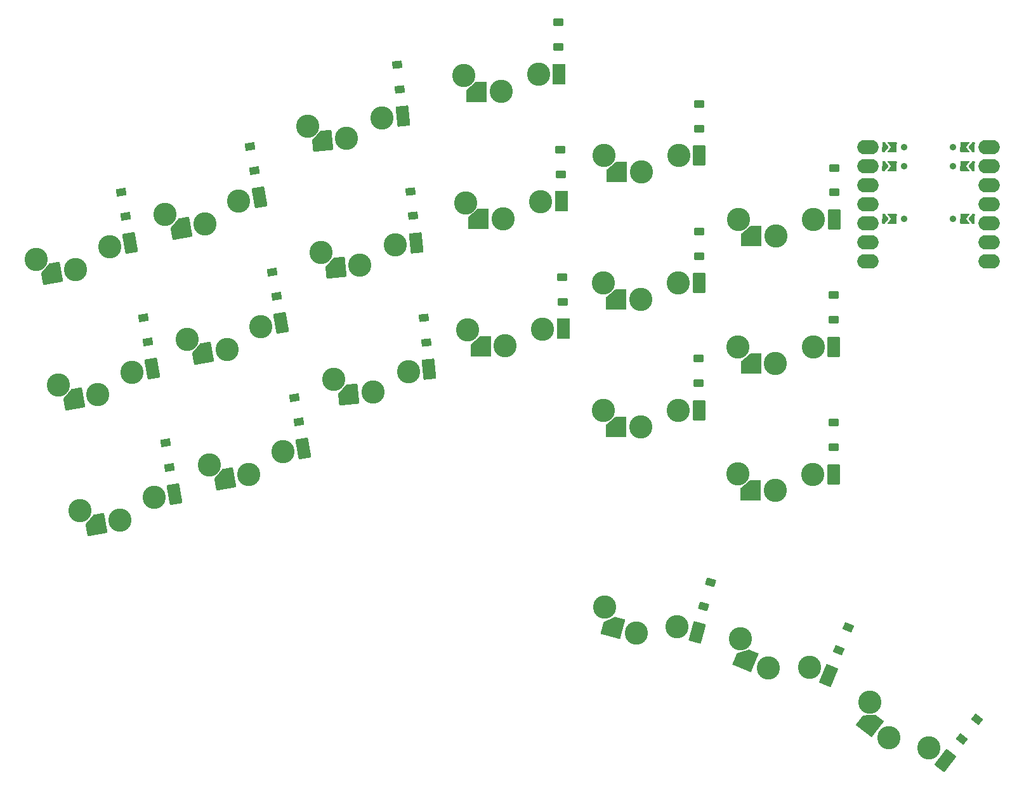
<source format=gbr>
%TF.GenerationSoftware,KiCad,Pcbnew,7.0.7*%
%TF.CreationDate,2024-02-04T11:46:41-06:00*%
%TF.ProjectId,main,6d61696e-2e6b-4696-9361-645f70636258,v1.0.0*%
%TF.SameCoordinates,Original*%
%TF.FileFunction,Soldermask,Top*%
%TF.FilePolarity,Negative*%
%FSLAX46Y46*%
G04 Gerber Fmt 4.6, Leading zero omitted, Abs format (unit mm)*
G04 Created by KiCad (PCBNEW 7.0.7) date 2024-02-04 11:46:41*
%MOMM*%
%LPD*%
G01*
G04 APERTURE LIST*
G04 Aperture macros list*
%AMRoundRect*
0 Rectangle with rounded corners*
0 $1 Rounding radius*
0 $2 $3 $4 $5 $6 $7 $8 $9 X,Y pos of 4 corners*
0 Add a 4 corners polygon primitive as box body*
4,1,4,$2,$3,$4,$5,$6,$7,$8,$9,$2,$3,0*
0 Add four circle primitives for the rounded corners*
1,1,$1+$1,$2,$3*
1,1,$1+$1,$4,$5*
1,1,$1+$1,$6,$7*
1,1,$1+$1,$8,$9*
0 Add four rect primitives between the rounded corners*
20,1,$1+$1,$2,$3,$4,$5,0*
20,1,$1+$1,$4,$5,$6,$7,0*
20,1,$1+$1,$6,$7,$8,$9,0*
20,1,$1+$1,$8,$9,$2,$3,0*%
%AMHorizOval*
0 Thick line with rounded ends*
0 $1 width*
0 $2 $3 position (X,Y) of the first rounded end (center of the circle)*
0 $4 $5 position (X,Y) of the second rounded end (center of the circle)*
0 Add line between two ends*
20,1,$1,$2,$3,$4,$5,0*
0 Add two circle primitives to create the rounded ends*
1,1,$1,$2,$3*
1,1,$1,$4,$5*%
%AMFreePoly0*
4,1,15,1.335355,1.335355,1.350000,1.300000,1.350000,-0.250000,1.335355,-0.285355,1.332160,-0.288285,0.082160,-1.338285,0.050000,-1.350000,-1.300000,-1.350000,-1.335355,-1.335355,-1.350000,-1.300000,-1.350000,1.300000,-1.335355,1.335355,-1.300000,1.350000,1.300000,1.350000,1.335355,1.335355,1.335355,1.335355,$1*%
%AMFreePoly1*
4,1,16,-0.214645,0.660355,-0.210957,0.656235,0.289043,0.031235,0.299694,-0.005522,0.289043,-0.031235,-0.210957,-0.656235,-0.244478,-0.674694,-0.250000,-0.675000,-0.500000,-0.675000,-0.535355,-0.660355,-0.550000,-0.625000,-0.550000,0.625000,-0.535355,0.660355,-0.500000,0.675000,-0.250000,0.675000,-0.214645,0.660355,-0.214645,0.660355,$1*%
%AMFreePoly2*
4,1,16,0.535355,0.660355,0.550000,0.625000,0.550000,-0.625000,0.535355,-0.660355,0.500000,-0.675000,-0.650000,-0.675000,-0.685355,-0.660355,-0.700000,-0.625000,-0.689043,-0.593765,-0.214031,0.000000,-0.689043,0.593765,-0.699694,0.630522,-0.681235,0.664043,-0.650000,0.675000,0.500000,0.675000,0.535355,0.660355,0.535355,0.660355,$1*%
%AMFreePoly3*
4,1,15,1.335355,1.335355,1.350000,1.300000,1.350000,-1.300000,1.335355,-1.335355,1.300000,-1.350000,-1.300000,-1.350000,-1.335355,-1.335355,-1.350000,-1.300000,-1.350000,0.250000,-1.335355,0.285355,-1.332160,0.288285,-0.082160,1.338285,-0.050000,1.350000,1.300000,1.350000,1.335355,1.335355,1.335355,1.335355,$1*%
G04 Aperture macros list end*
%ADD10C,3.100000*%
%ADD11FreePoly0,179.900000*%
%ADD12RoundRect,0.050000X0.802268X1.298602X-0.797730X1.301394X-0.802268X-1.298602X0.797730X-1.301394X0*%
%ADD13FreePoly0,180.900000*%
%ADD14RoundRect,0.050000X0.779482X1.312405X-0.820321X1.287274X-0.779482X-1.312405X0.820321X-1.287274X0*%
%ADD15RoundRect,0.050000X-0.599214X0.451047X-0.600784X-0.448952X0.599214X-0.451047X0.600784X0.448952X0*%
%ADD16RoundRect,0.050000X-0.606994X0.440520X-0.592858X-0.459369X0.606994X-0.440520X0.592858X0.459369X0*%
%ADD17RoundRect,0.050000X-0.669026X0.338975X-0.512743X-0.547352X0.669026X-0.338975X0.512743X0.547352X0*%
%ADD18FreePoly0,190.000000*%
%ADD19RoundRect,0.050000X0.562104X1.419169X-1.013589X1.141332X-0.562104X-1.419169X1.013589X-1.141332X0*%
%ADD20FreePoly0,157.400000*%
%ADD21RoundRect,0.050000X1.238152X0.892737X-0.238984X1.507610X-1.238152X-0.892737X0.238984X-1.507610X0*%
%ADD22FreePoly0,185.900000*%
%ADD23RoundRect,0.050000X0.662132X1.375348X-0.929393X1.210880X-0.662132X-1.375348X0.929393X-1.210880X0*%
%ADD24RoundRect,0.050000X-0.643078X0.385941X-0.550565X-0.509292X0.643078X-0.385941X0.550565X0.509292X0*%
%ADD25FreePoly0,164.900000*%
%ADD26RoundRect,0.050000X1.111034X1.046711X-0.433722X1.463518X-1.111034X-1.046711X0.433722X-1.463518X0*%
%ADD27RoundRect,0.050000X-0.462057X0.590765X-0.696511X-0.278160X0.462057X-0.590765X0.696511X0.278160X0*%
%ADD28RoundRect,0.050000X-0.200808X0.722617X-0.749939X0.009557X0.200808X-0.722617X0.749939X-0.009557X0*%
%ADD29FreePoly0,142.400000*%
%ADD30RoundRect,0.050000X1.427020X0.541860X0.159357X1.518093X-1.427020X-0.541860X-0.159357X-1.518093X0*%
%ADD31RoundRect,0.050000X-0.380993X0.646022X-0.726859X-0.184867X0.380993X-0.646022X0.726859X0.184867X0*%
%ADD32HorizOval,1.900000X0.474999X-0.000812X-0.474999X0.000812X0*%
%ADD33FreePoly1,359.902000*%
%ADD34C,0.900000*%
%ADD35FreePoly2,179.902000*%
%ADD36HorizOval,1.900000X-0.474999X0.000812X0.474999X-0.000812X0*%
%ADD37FreePoly2,359.902000*%
%ADD38FreePoly1,179.902000*%
%ADD39FreePoly3,0.100000*%
%ADD40RoundRect,0.050000X-0.797730X-1.301394X0.802268X-1.298602X0.797730X1.301394X-0.802268X1.298602X0*%
G04 APERTURE END LIST*
D10*
%TO.C,S14*%
X163862097Y-91538065D03*
X158858265Y-93729335D03*
X153862113Y-91520612D03*
D11*
X155583270Y-93723619D03*
D12*
X166637093Y-91542908D03*
%TD*%
D10*
%TO.C,S11*%
X145458895Y-80686542D03*
X140494068Y-82964807D03*
X135460128Y-80843615D03*
D13*
X137219472Y-83016248D03*
D14*
X148233552Y-80642954D03*
%TD*%
D15*
%TO.C,D35*%
X166624151Y-84642868D03*
X166618391Y-87942862D03*
%TD*%
D16*
%TO.C,D32*%
X148100187Y-73744184D03*
X148152021Y-77043776D03*
%TD*%
D15*
%TO.C,D37*%
X184579577Y-110174264D03*
X184573817Y-113474258D03*
%TD*%
D10*
%TO.C,S17*%
X181847256Y-100069466D03*
X176843424Y-102260736D03*
X171847272Y-100052013D03*
D11*
X173568429Y-102255020D03*
D12*
X184622252Y-100074309D03*
%TD*%
D17*
%TO.C,D23*%
X92453517Y-96169167D03*
X93026555Y-99419033D03*
%TD*%
D15*
%TO.C,D34*%
X166594491Y-101642857D03*
X166588731Y-104942851D03*
%TD*%
D10*
%TO.C,S3*%
X87991475Y-86700117D03*
X83449463Y-89734935D03*
X78143398Y-88436599D03*
D18*
X80224217Y-90303633D03*
D19*
X90724317Y-86218243D03*
%TD*%
D10*
%TO.C,S20*%
X181343561Y-142855358D03*
X175882060Y-142964944D03*
X172111458Y-139012405D03*
D20*
X172858546Y-141706377D03*
D21*
X183905469Y-143921777D03*
%TD*%
D10*
%TO.C,S18*%
X181876910Y-83069485D03*
X176873078Y-85260755D03*
X171876926Y-83052032D03*
D11*
X173598083Y-85255039D03*
D12*
X184651906Y-83074328D03*
%TD*%
D10*
%TO.C,S8*%
X126095210Y-86471420D03*
X121347840Y-89173729D03*
X116148182Y-87499345D03*
D22*
X118090188Y-89510374D03*
D23*
X128855510Y-86186171D03*
%TD*%
D24*
%TO.C,D30*%
X126373875Y-62415334D03*
X126713091Y-65697854D03*
%TD*%
D15*
%TO.C,D38*%
X184609277Y-93174310D03*
X184603517Y-96474304D03*
%TD*%
D17*
%TO.C,D27*%
X106707121Y-73347354D03*
X107280159Y-76597220D03*
%TD*%
D10*
%TO.C,S5*%
X108149095Y-97361795D03*
X103607083Y-100396613D03*
X98301018Y-99098277D03*
D18*
X100381837Y-100965311D03*
D19*
X110881937Y-96879921D03*
%TD*%
D24*
%TO.C,D29*%
X128121358Y-79325282D03*
X128460574Y-82607802D03*
%TD*%
D15*
%TO.C,D36*%
X166653841Y-67642922D03*
X166648081Y-70942916D03*
%TD*%
D10*
%TO.C,S19*%
X163675125Y-137445312D03*
X158274652Y-138266829D03*
X154020399Y-134840267D03*
D25*
X155112729Y-137413677D03*
D26*
X166354312Y-138168212D03*
%TD*%
D10*
%TO.C,S7*%
X127842661Y-103381359D03*
X123095291Y-106083668D03*
X117895633Y-104409284D03*
D22*
X119837639Y-106420313D03*
D23*
X130602961Y-103096110D03*
%TD*%
D27*
%TO.C,D40*%
X168127642Y-131499942D03*
X167267978Y-134686002D03*
%TD*%
D16*
%TO.C,D33*%
X147833182Y-56746251D03*
X147885016Y-60045843D03*
%TD*%
D17*
%TO.C,D24*%
X89501521Y-79427429D03*
X90074559Y-82677295D03*
%TD*%
D24*
%TO.C,D28*%
X129868813Y-96235221D03*
X130208029Y-99517741D03*
%TD*%
D28*
%TO.C,D42*%
X203688266Y-149793043D03*
X201674786Y-152407599D03*
%TD*%
D10*
%TO.C,S4*%
X111101101Y-114103510D03*
X106559089Y-117138328D03*
X101253024Y-115839992D03*
D18*
X103333843Y-117707026D03*
D19*
X113833943Y-113621636D03*
%TD*%
D10*
%TO.C,S2*%
X90943481Y-103441848D03*
X86401469Y-106476666D03*
X81095404Y-105178330D03*
D18*
X83176223Y-107045364D03*
D19*
X93676323Y-102959974D03*
%TD*%
D15*
%TO.C,D39*%
X184638957Y-76174313D03*
X184633197Y-79474307D03*
%TD*%
D10*
%TO.C,S12*%
X145191868Y-63688633D03*
X140227041Y-65966898D03*
X135193101Y-63845706D03*
D13*
X136952445Y-66018339D03*
D14*
X147966525Y-63645045D03*
%TD*%
D10*
%TO.C,S6*%
X105197064Y-80620024D03*
X100655052Y-83654842D03*
X95348987Y-82356506D03*
D18*
X97429806Y-84223540D03*
D19*
X107929906Y-80138150D03*
%TD*%
D10*
%TO.C,S16*%
X181817544Y-117069445D03*
X176813712Y-119260715D03*
X171817560Y-117051992D03*
D11*
X173538717Y-119254999D03*
D12*
X184592540Y-117074288D03*
%TD*%
D10*
%TO.C,S21*%
X197299481Y-153581950D03*
X191995713Y-152274261D03*
X189376584Y-147480498D03*
D29*
X189400965Y-150276036D03*
D30*
X199498085Y-155275103D03*
%TD*%
D17*
%TO.C,D22*%
X95405560Y-112910875D03*
X95978598Y-116160741D03*
%TD*%
D16*
%TO.C,D31*%
X148367203Y-90742095D03*
X148419037Y-94041687D03*
%TD*%
D10*
%TO.C,S1*%
X93895509Y-120183610D03*
X89353497Y-123218428D03*
X84047432Y-121920092D03*
D18*
X86128251Y-123787126D03*
D19*
X96628351Y-119701736D03*
%TD*%
D17*
%TO.C,D25*%
X112611159Y-106830801D03*
X113184197Y-110080667D03*
%TD*%
D10*
%TO.C,S9*%
X124347717Y-69561438D03*
X119600347Y-72263747D03*
X114400689Y-70589363D03*
D22*
X116342695Y-72600392D03*
D23*
X127108017Y-69276189D03*
%TD*%
D31*
%TO.C,D41*%
X186534028Y-137542055D03*
X185265854Y-140588649D03*
%TD*%
D10*
%TO.C,S13*%
X163832438Y-108538011D03*
X158828606Y-110729281D03*
X153832454Y-108520558D03*
D11*
X155553611Y-110723565D03*
D12*
X166607434Y-108542854D03*
%TD*%
D10*
%TO.C,S10*%
X145725933Y-97684436D03*
X140761106Y-99962701D03*
X135727166Y-97841509D03*
D13*
X137486510Y-100014142D03*
D14*
X148500590Y-97640848D03*
%TD*%
D32*
%TO.C,xiao*%
X189149282Y-73426458D03*
D33*
X191624278Y-73430691D03*
D34*
X193982274Y-73434724D03*
D35*
X202019262Y-73448470D03*
D32*
X189144937Y-75966454D03*
D33*
X191619933Y-75970687D03*
D34*
X193977930Y-75974720D03*
D35*
X202014918Y-75988467D03*
D32*
X189140593Y-78506450D03*
D33*
X191607994Y-82950677D03*
D34*
X193965991Y-82954710D03*
D35*
X202002979Y-82968456D03*
D32*
X189136248Y-81046447D03*
X189131904Y-83586443D03*
X189127559Y-86126439D03*
X189123215Y-88666435D03*
D36*
X205313190Y-88694126D03*
X205317535Y-86154130D03*
X205321879Y-83614134D03*
X205326224Y-81074137D03*
D37*
X192452993Y-82952122D03*
D34*
X200489981Y-82965869D03*
D38*
X202847978Y-82969902D03*
D36*
X205330568Y-78534141D03*
D37*
X192464932Y-75972132D03*
D34*
X200501920Y-75985879D03*
D38*
X202859917Y-75989912D03*
D36*
X205334913Y-75994145D03*
D37*
X192469276Y-73432136D03*
D34*
X200506265Y-73445883D03*
D38*
X202864261Y-73449916D03*
D36*
X205339257Y-73454149D03*
%TD*%
D17*
%TO.C,D26*%
X109659134Y-90089063D03*
X110232172Y-93338929D03*
%TD*%
D10*
%TO.C,S15*%
X153904871Y-74538089D03*
X158908703Y-76729359D03*
X163904855Y-74520636D03*
D39*
X155633708Y-76735075D03*
D40*
X166679851Y-74515792D03*
%TD*%
M02*

</source>
